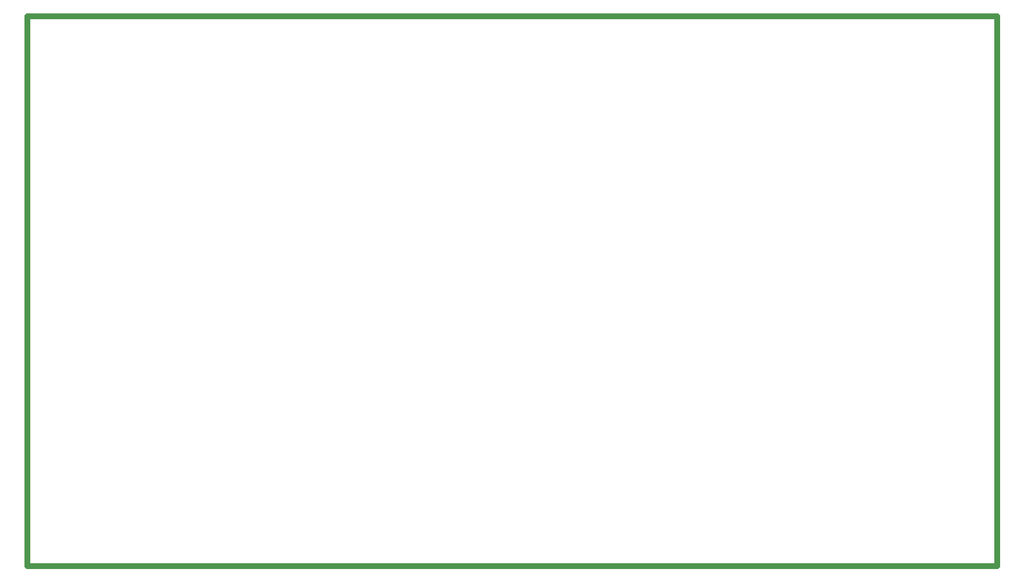
<source format=gm1>
G04 #@! TF.GenerationSoftware,KiCad,Pcbnew,5.1.5-52549c5~84~ubuntu18.04.1*
G04 #@! TF.CreationDate,2020-03-24T03:20:29+01:00*
G04 #@! TF.ProjectId,REES,52454553-2e6b-4696-9361-645f70636258,rev?*
G04 #@! TF.SameCoordinates,Original*
G04 #@! TF.FileFunction,Profile,NP*
%FSLAX46Y46*%
G04 Gerber Fmt 4.6, Leading zero omitted, Abs format (unit mm)*
G04 Created by KiCad (PCBNEW 5.1.5-52549c5~84~ubuntu18.04.1) date 2020-03-24 03:20:29*
%MOMM*%
%LPD*%
G04 APERTURE LIST*
%ADD10C,0.812800*%
G04 APERTURE END LIST*
D10*
X218986100Y-64998600D02*
X78016100Y-64998600D01*
X78016100Y-64998600D02*
X78016100Y-145008600D01*
X78016100Y-145008600D02*
X218986100Y-145008600D01*
X218986100Y-145008600D02*
X218986100Y-64998600D01*
M02*

</source>
